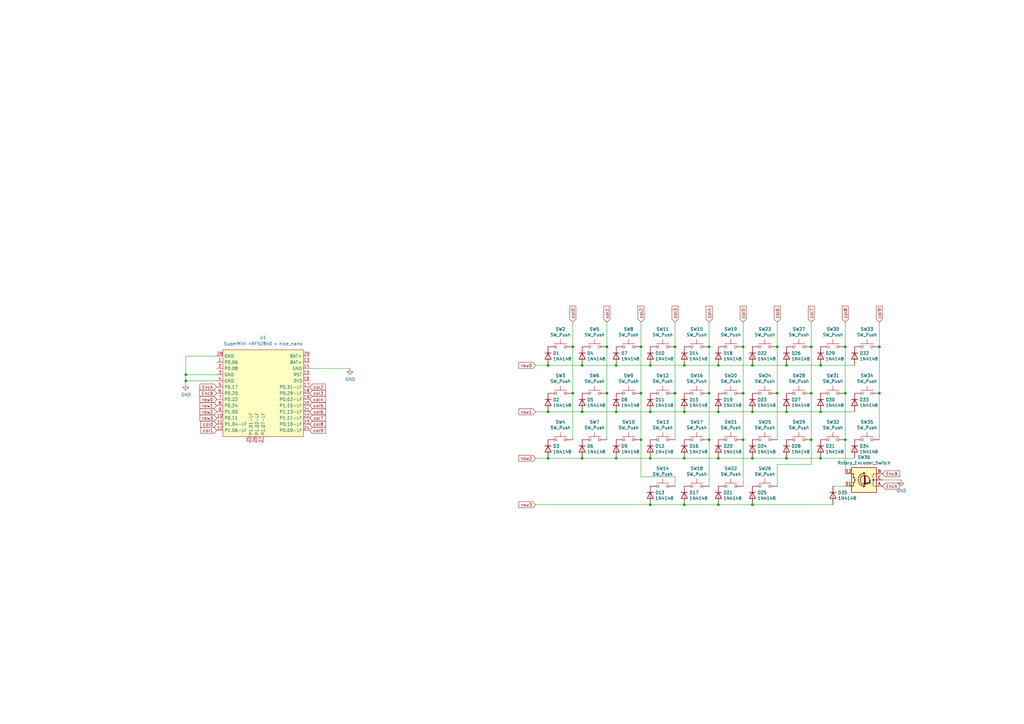
<source format=kicad_sch>
(kicad_sch (version 20250114) (generator "eeschema") (generator_version "9.0")
  (paper "A3")
  (lib_symbols
    (symbol "Device:D" (pin_numbers (hide yes)) (pin_names (offset 1.016) (hide yes))
      (property "Reference" "D" (at 0 2.54 0))
      (property "Value" "D" (at 0 -2.54 0))
      (symbol "D_0_1"
        (polyline (pts (xy -1.27 1.27) (xy -1.27 -1.27)) (stroke (width 0.254)))
        (polyline (pts (xy 1.27 1.27) (xy 1.27 -1.27) (xy -1.27 0) (xy 1.27 1.27)) (stroke (width 0.254)))
        (polyline (pts (xy 1.27 0) (xy -1.27 0)))
      )
      (symbol "D_1_1"
        (pin passive line (at -3.81 0 0) (length 2.54) (name "K") (number "1"))
        (pin passive line (at 3.81 0 180) (length 2.54) (name "A") (number "2"))
      )
    )
    (symbol "Diode:1N4148" (pin_numbers (hide yes)) (pin_names (hide yes))
      (property "Reference" "D" (at 0 2.54 0))
      (property "Value" "1N4148" (at 0 -2.54 0))
      (symbol "1N4148_0_1"
        (polyline (pts (xy -1.27 1.27) (xy -1.27 -1.27)) (stroke (width 0.254)))
        (polyline (pts (xy 1.27 1.27) (xy 1.27 -1.27) (xy -1.27 0) (xy 1.27 1.27)) (stroke (width 0.254)))
        (polyline (pts (xy 1.27 0) (xy -1.27 0)))
      )
      (symbol "1N4148_1_1"
        (pin passive line (at -3.81 0 0) (length 2.54) (name "K") (number "1"))
        (pin passive line (at 3.81 0 180) (length 2.54) (name "A") (number "2"))
      )
    )
    (symbol "LeChiffre-rescue:Rotary_Encoder_Switch-Device" (pin_names (offset 0.254) (hide yes))
      (property "Reference" "SW" (at 0 6.604 0))
      (property "Value" "Rotary_Encoder_Switch-Device" (at 0 -6.604 0))
      (symbol "Rotary_Encoder_Switch-Device_0_1"
        (rectangle (start -5.08 5.08) (end 5.08 -5.08) (stroke (width 0.254)) (fill (type background)))
        (polyline (pts (xy -5.08 2.54) (xy -3.81 2.54) (xy -3.81 2.032)))
        (polyline (pts (xy -5.08 0) (xy -3.81 0) (xy -3.81 -1.016) (xy -3.302 -2.032)))
        (polyline (pts (xy -5.08 -2.54) (xy -3.81 -2.54) (xy -3.81 -2.032)))
        (polyline (pts (xy -4.318 0) (xy -3.81 0) (xy -3.81 1.016) (xy -3.302 2.032)))
        (circle (center -3.81 0) (radius 0.254) (fill (type outline)))
        (polyline (pts (xy -0.635 -1.778) (xy -0.635 1.778)) (stroke (width 0.254)))
        (circle (center -0.381 0) (radius 1.905) (stroke (width 0.254)))
        (arc (start -0.381 2.667) (mid 2.3368 -0.0508) (end -0.381 -2.794) (stroke (width 0.254)))
        (polyline (pts (xy -0.381 -1.778) (xy -0.381 1.778)) (stroke (width 0.254)))
        (polyline (pts (xy -0.127 1.778) (xy -0.127 -1.778)) (stroke (width 0.254)))
        (polyline (pts (xy 0.254 2.921) (xy -0.508 2.667) (xy 0.127 2.286)) (stroke (width 0.254)))
        (polyline (pts (xy 0.254 -3.048) (xy -0.508 -2.794) (xy 0.127 -2.413)) (stroke (width 0.254)))
        (polyline (pts (xy 3.81 1.016) (xy 3.81 -1.016)) (stroke (width 0.254)))
        (polyline (pts (xy 3.81 0) (xy 3.429 0)) (stroke (width 0.254)))
        (circle (center 4.318 1.016) (radius 0.127) (stroke (width 0.254)))
        (circle (center 4.318 -1.016) (radius 0.127) (stroke (width 0.254)))
        (polyline (pts (xy 5.08 2.54) (xy 4.318 2.54) (xy 4.318 1.016)) (stroke (width 0.254)))
        (polyline (pts (xy 5.08 -2.54) (xy 4.318 -2.54) (xy 4.318 -1.016)) (stroke (width 0.254)))
      )
      (symbol "Rotary_Encoder_Switch-Device_1_1"
        (pin passive line (at -7.62 2.54 0) (length 2.54) (name "A") (number "A"))
        (pin passive line (at -7.62 0 0) (length 2.54) (name "C") (number "C"))
        (pin passive line (at -7.62 -2.54 0) (length 2.54) (name "B") (number "B"))
        (pin passive line (at 7.62 2.54 180) (length 2.54) (name "S1") (number "S1"))
        (pin passive line (at 7.62 -2.54 180) (length 2.54) (name "S2") (number "S2"))
      )
    )
    (symbol "Switch:SW_Push" (pin_numbers (hide yes)) (pin_names (offset 1.016) (hide yes))
      (property "Reference" "SW" (at 1.27 2.54 0))
      (property "Value" "SW_Push" (at 0 -1.524 0))
      (symbol "SW_Push_0_1"
        (circle (center -2.032 0) (radius 0.508))
        (polyline (pts (xy 0 1.27) (xy 0 3.048)))
        (circle (center 2.032 0) (radius 0.508))
        (polyline (pts (xy 2.54 1.27) (xy -2.54 1.27)))
        (pin passive line (at -5.08 0 0) (length 2.54) (name "1") (number "1"))
        (pin passive line (at 5.08 0 180) (length 2.54) (name "2") (number "2"))
      )
    )
    (symbol "power:GND" (power) (pin_numbers (hide yes)) (pin_names (offset 0) (hide yes))
      (property "Value" "GND" (at 0 -3.81 0))
      (symbol "GND_0_1"
        (polyline (pts (xy 0 0) (xy 0 -1.27) (xy 1.27 -1.27) (xy 0 -2.54) (xy -1.27 -1.27) (xy 0 -1.27)))
      )
      (symbol "GND_1_1"
        (pin power_in line (at 0 0 270) (length 0) (name "~") (number "1"))
      )
    )
    (symbol "pro_micro:SuperMini_nRF52840_x_nice_nano" (in_bom no)
      (property "Reference" "U" (at 0 22.86 0))
      (property "Value" "SuperMini nRF52840 x nice_nano" (at 0 20.32 0))
      (symbol "SuperMini_nRF52840_x_nice_nano_0_0"
        (pin bidirectional line (at -19.05 13.97 0) (length 2.54) (name "P0.06") (number "1"))
        (pin bidirectional line (at -19.05 11.43 0) (length 2.54) (name "P0.08") (number "2"))
        (pin power_out line (at -19.05 8.89 0) (length 2.54) (name "GND") (number "3"))
        (pin power_out line (at -19.05 6.35 0) (length 2.54) (name "GND") (number "4"))
        (pin bidirectional line (at -19.05 3.81 0) (length 2.54) (name "P0.17") (number "5"))
        (pin bidirectional line (at -19.05 1.27 0) (length 2.54) (name "P0.20") (number "6"))
        (pin bidirectional line (at -19.05 -1.27 0) (length 2.54) (name "P0.22") (number "7"))
        (pin bidirectional line (at -19.05 -3.81 0) (length 2.54) (name "P0.24") (number "8"))
        (pin bidirectional line (at -19.05 -6.35 0) (length 2.54) (name "P1.00") (number "9"))
        (pin bidirectional line (at -19.05 -8.89 0) (length 2.54) (name "P0.11") (number "10"))
        (pin bidirectional line (at -19.05 -11.43 0) (length 2.54) (name "P1.04-LF") (number "11"))
        (pin bidirectional line (at -19.05 -13.97 0) (length 2.54) (name "P1.06-LF") (number "12"))
        (pin power_out line (at 19.05 11.43 180) (length 2.54) (name "GND") (number "14"))
        (pin bidirectional line (at 19.05 8.89 180) (length 2.54) (name "RST") (number "15"))
        (pin bidirectional line (at 19.05 3.81 180) (length 2.54) (name "P0.31-LF") (number "17"))
        (pin bidirectional line (at 19.05 1.27 180) (length 2.54) (name "P0.29-LF") (number "18"))
        (pin bidirectional line (at 19.05 -1.27 180) (length 2.54) (name "P0.02-LF") (number "19"))
        (pin bidirectional line (at 19.05 -3.81 180) (length 2.54) (name "P1.15-LF") (number "20"))
        (pin bidirectional line (at 19.05 -6.35 180) (length 2.54) (name "P1.13-LF") (number "21"))
        (pin bidirectional line (at 19.05 -8.89 180) (length 2.54) (name "P1.11-LF") (number "22"))
        (pin bidirectional line (at 19.05 -13.97 180) (length 2.54) (name "P0.09-LF") (number "24"))
      )
      (symbol "SuperMini_nRF52840_x_nice_nano_1_0"
        (pin power_out line (at -19.05 16.51 0) (length 2.54) (name "GND") (number "28"))
        (pin bidirectional line (at -5.08 -19.05 90) (length 2.54) (name "P1.01-LF") (number "25"))
        (pin bidirectional line (at -2.54 -19.05 90) (length 2.54) (name "P1.02-LF") (number "26"))
        (pin bidirectional line (at 0 -19.05 90) (length 2.54) (name "P1.07-LF") (number "27"))
        (pin power_out line (at 19.05 16.51 180) (length 2.54) (name "BAT+") (number "29"))
        (pin power_out line (at 19.05 13.97 180) (length 2.54) (name "BAT+") (number "13"))
        (pin power_out line (at 19.05 6.35 180) (length 2.54) (name "3V3") (number "16"))
        (pin bidirectional line (at 19.05 -11.43 180) (length 2.54) (name "P0.10-LF") (number "23"))
      )
      (symbol "SuperMini_nRF52840_x_nice_nano_1_1"
        (rectangle (start -16.51 19.05) (end 16.51 -16.51) (fill (type background)))
      )
    )
  )
  (junction (at 280.67 187.96))
  (junction (at 304.8 142.24))
  (junction (at 224.79 187.96))
  (junction (at 308.61 168.91))
  (junction (at 322.58 187.96))
  (junction (at 318.77 142.24))
  (junction (at 248.92 142.24))
  (junction (at 76.2 153.67))
  (junction (at 308.61 187.96))
  (junction (at 266.7 168.91))
  (junction (at 290.83 161.29))
  (junction (at 238.76 149.86))
  (junction (at 294.64 168.91))
  (junction (at 262.89 161.29))
  (junction (at 276.86 142.24))
  (junction (at 276.86 161.29))
  (junction (at 224.79 149.86))
  (junction (at 238.76 168.91))
  (junction (at 252.73 149.86))
  (junction (at 308.61 149.86))
  (junction (at 294.64 187.96))
  (junction (at 336.55 149.86))
  (junction (at 266.7 149.86))
  (junction (at 332.74 180.34))
  (junction (at 332.74 161.29))
  (junction (at 224.79 168.91))
  (junction (at 238.76 187.96))
  (junction (at 262.89 142.24))
  (junction (at 280.67 149.86))
  (junction (at 332.74 142.24))
  (junction (at 234.95 142.24))
  (junction (at 76.2 156.21))
  (junction (at 280.67 168.91))
  (junction (at 252.73 187.96))
  (junction (at 346.71 142.24))
  (junction (at 336.55 187.96))
  (junction (at 280.67 207.01))
  (junction (at 290.83 180.34))
  (junction (at 322.58 168.91))
  (junction (at 248.92 161.29))
  (junction (at 336.55 168.91))
  (junction (at 266.7 187.96))
  (junction (at 252.73 168.91))
  (junction (at 304.8 180.34))
  (junction (at 346.71 180.34))
  (junction (at 360.68 161.29))
  (junction (at 360.68 142.24))
  (junction (at 294.64 207.01))
  (junction (at 304.8 161.29))
  (junction (at 346.71 161.29))
  (junction (at 322.58 149.86))
  (junction (at 294.64 149.86))
  (junction (at 234.95 161.29))
  (junction (at 266.7 207.01))
  (junction (at 308.61 207.01))
  (junction (at 318.77 161.29))
  (junction (at 290.83 142.24))
  (junction (at 262.89 180.34))
  (wire (pts (xy 369.57 196.85) (xy 361.95 196.85)))
  (wire (pts (xy 290.83 180.34) (xy 290.83 161.29)))
  (wire (pts (xy 308.61 149.86) (xy 322.58 149.86)))
  (wire (pts (xy 294.64 187.96) (xy 308.61 187.96)))
  (wire (pts (xy 224.79 149.86) (xy 238.76 149.86)))
  (wire (pts (xy 308.61 168.91) (xy 322.58 168.91)))
  (wire (pts (xy 318.77 190.5) (xy 332.74 190.5)))
  (wire (pts (xy 262.89 161.29) (xy 262.89 142.24)))
  (wire (pts (xy 290.83 142.24) (xy 290.83 132.08)))
  (wire (pts (xy 76.2 146.05) (xy 76.2 153.67)))
  (wire (pts (xy 219.71 187.96) (xy 224.79 187.96)))
  (wire (pts (xy 276.86 180.34) (xy 276.86 161.29)))
  (wire (pts (xy 294.64 168.91) (xy 308.61 168.91)))
  (wire (pts (xy 219.71 149.86) (xy 224.79 149.86)))
  (wire (pts (xy 238.76 149.86) (xy 252.73 149.86)))
  (wire (pts (xy 294.64 149.86) (xy 308.61 149.86)))
  (wire (pts (xy 266.7 187.96) (xy 280.67 187.96)))
  (wire (pts (xy 248.92 142.24) (xy 248.92 132.08)))
  (wire (pts (xy 341.63 207.01) (xy 308.61 207.01)))
  (wire (pts (xy 318.77 142.24) (xy 318.77 132.08)))
  (wire (pts (xy 332.74 161.29) (xy 332.74 142.24)))
  (wire (pts (xy 234.95 142.24) (xy 234.95 132.08)))
  (wire (pts (xy 318.77 199.39) (xy 318.77 190.5)))
  (wire (pts (xy 252.73 168.91) (xy 266.7 168.91)))
  (wire (pts (xy 332.74 161.29) (xy 332.74 180.34)))
  (wire (pts (xy 252.73 187.96) (xy 266.7 187.96)))
  (wire (pts (xy 224.79 168.91) (xy 238.76 168.91)))
  (wire (pts (xy 238.76 187.96) (xy 252.73 187.96)))
  (wire (pts (xy 280.67 168.91) (xy 294.64 168.91)))
  (wire (pts (xy 336.55 168.91) (xy 350.52 168.91)))
  (wire (pts (xy 234.95 161.29) (xy 234.95 142.24)))
  (wire (pts (xy 88.9 156.21) (xy 76.2 156.21)))
  (wire (pts (xy 252.73 149.86) (xy 266.7 149.86)))
  (wire (pts (xy 318.77 180.34) (xy 318.77 161.29)))
  (wire (pts (xy 262.89 180.34) (xy 262.89 161.29)))
  (bus (pts (xy 356.87 198.12) (xy 354.33 198.12)))
  (wire (pts (xy 346.71 180.34) (xy 346.71 161.29)))
  (wire (pts (xy 276.86 161.29) (xy 276.86 142.24)))
  (wire (pts (xy 294.64 207.01) (xy 308.61 207.01)))
  (wire (pts (xy 266.7 149.86) (xy 280.67 149.86)))
  (wire (pts (xy 262.89 142.24) (xy 262.89 132.08)))
  (wire (pts (xy 234.95 180.34) (xy 234.95 161.29)))
  (wire (pts (xy 238.76 168.91) (xy 252.73 168.91)))
  (wire (pts (xy 219.71 168.91) (xy 224.79 168.91)))
  (wire (pts (xy 322.58 168.91) (xy 336.55 168.91)))
  (wire (pts (xy 248.92 180.34) (xy 248.92 161.29)))
  (wire (pts (xy 341.63 199.39) (xy 346.71 199.39)))
  (wire (pts (xy 332.74 190.5) (xy 332.74 180.34)))
  (wire (pts (xy 290.83 180.34) (xy 290.83 199.39)))
  (wire (pts (xy 360.68 142.24) (xy 360.68 132.08)))
  (wire (pts (xy 360.68 161.29) (xy 360.68 142.24)))
  (wire (pts (xy 336.55 187.96) (xy 350.52 187.96)))
  (bus (pts (xy 356.87 196.85) (xy 356.87 198.12)))
  (wire (pts (xy 266.7 207.01) (xy 280.67 207.01)))
  (wire (pts (xy 304.8 180.34) (xy 304.8 199.39)))
  (wire (pts (xy 304.8 142.24) (xy 304.8 132.08)))
  (wire (pts (xy 332.74 132.08) (xy 332.74 142.24)))
  (wire (pts (xy 346.71 142.24) (xy 346.71 161.29)))
  (wire (pts (xy 318.77 161.29) (xy 318.77 142.24)))
  (wire (pts (xy 266.7 168.91) (xy 280.67 168.91)))
  (wire (pts (xy 224.79 187.96) (xy 238.76 187.96)))
  (wire (pts (xy 127 151.13) (xy 143.51 151.13)))
  (wire (pts (xy 248.92 161.29) (xy 248.92 142.24)))
  (wire (pts (xy 360.68 161.29) (xy 360.68 180.34)))
  (wire (pts (xy 304.8 161.29) (xy 304.8 180.34)))
  (wire (pts (xy 276.86 142.24) (xy 276.86 132.08)))
  (wire (pts (xy 76.2 156.21) (xy 76.2 157.48)))
  (wire (pts (xy 88.9 146.05) (xy 76.2 146.05)))
  (wire (pts (xy 76.2 153.67) (xy 76.2 156.21)))
  (wire (pts (xy 322.58 187.96) (xy 336.55 187.96)))
  (wire (pts (xy 346.71 142.24) (xy 346.71 132.08)))
  (wire (pts (xy 290.83 161.29) (xy 290.83 142.24)))
  (wire (pts (xy 88.9 153.67) (xy 76.2 153.67)))
  (wire (pts (xy 308.61 187.96) (xy 322.58 187.96)))
  (wire (pts (xy 304.8 161.29) (xy 304.8 142.24)))
  (wire (pts (xy 262.89 195.58) (xy 276.86 195.58)))
  (wire (pts (xy 219.71 207.01) (xy 266.7 207.01)))
  (wire (pts (xy 262.89 180.34) (xy 262.89 195.58)))
  (wire (pts (xy 336.55 149.86) (xy 350.52 149.86)))
  (wire (pts (xy 280.67 207.01) (xy 294.64 207.01)))
  (wire (pts (xy 280.67 149.86) (xy 294.64 149.86)))
  (wire (pts (xy 280.67 187.96) (xy 294.64 187.96)))
  (wire (pts (xy 322.58 149.86) (xy 336.55 149.86)))
  (wire (pts (xy 276.86 195.58) (xy 276.86 199.39)))
  (wire (pts (xy 346.71 180.34) (xy 346.71 194.31)))
  (global_label "col9" (shape input) (at 127 176.53 0) (property "Intersheetrefs" "${INTERSHEET_REFS}" (effects (hide yes))))
  (global_label "col6" (shape input) (at 318.77 132.08 90) (property "Intersheetrefs" "${INTERSHEET_REFS}" (effects (hide yes))))
  (global_label "EncA" (shape input) (at 88.9 158.75 180) (property "Intersheetrefs" "${INTERSHEET_REFS}" (effects (hide yes))))
  (global_label "col0" (shape input) (at 88.9 173.99 180) (property "Intersheetrefs" "${INTERSHEET_REFS}" (effects (hide yes))))
  (global_label "row3" (shape input) (at 219.71 207.01 180) (property "Intersheetrefs" "${INTERSHEET_REFS}" (effects (hide yes))))
  (global_label "col8" (shape input) (at 127 173.99 0) (property "Intersheetrefs" "${INTERSHEET_REFS}" (effects (hide yes))))
  (global_label "col5" (shape input) (at 304.8 132.08 90) (property "Intersheetrefs" "${INTERSHEET_REFS}" (effects (hide yes))))
  (global_label "row1" (shape input) (at 219.71 168.91 180) (property "Intersheetrefs" "${INTERSHEET_REFS}" (effects (hide yes))))
  (global_label "col2" (shape input) (at 262.89 132.08 90) (property "Intersheetrefs" "${INTERSHEET_REFS}" (effects (hide yes))))
  (global_label "col1" (shape input) (at 248.92 132.08 90) (property "Intersheetrefs" "${INTERSHEET_REFS}" (effects (hide yes))))
  (global_label "col4" (shape input) (at 127 163.83 0) (property "Intersheetrefs" "${INTERSHEET_REFS}" (effects (hide yes))))
  (global_label "row1" (shape input) (at 88.9 166.37 180) (property "Intersheetrefs" "${INTERSHEET_REFS}" (effects (hide yes))))
  (global_label "col3" (shape input) (at 276.86 132.08 90) (property "Intersheetrefs" "${INTERSHEET_REFS}" (effects (hide yes))))
  (global_label "EncB" (shape input) (at 88.9 161.29 180) (property "Intersheetrefs" "${INTERSHEET_REFS}" (effects (hide yes))))
  (global_label "row0" (shape input) (at 88.9 163.83 180) (property "Intersheetrefs" "${INTERSHEET_REFS}" (effects (hide yes))))
  (global_label "row2" (shape input) (at 219.71 187.96 180) (property "Intersheetrefs" "${INTERSHEET_REFS}" (effects (hide yes))))
  (global_label "col5" (shape input) (at 127 166.37 0) (property "Intersheetrefs" "${INTERSHEET_REFS}" (effects (hide yes))))
  (global_label "row0" (shape input) (at 219.71 149.86 180) (property "Intersheetrefs" "${INTERSHEET_REFS}" (effects (hide yes))))
  (global_label "col7" (shape input) (at 127 171.45 0) (property "Intersheetrefs" "${INTERSHEET_REFS}" (effects (hide yes))))
  (global_label "col6" (shape input) (at 127 168.91 0) (property "Intersheetrefs" "${INTERSHEET_REFS}" (effects (hide yes))))
  (global_label "col4" (shape input) (at 290.83 132.08 90) (property "Intersheetrefs" "${INTERSHEET_REFS}" (effects (hide yes))))
  (global_label "col1" (shape input) (at 88.9 176.53 180) (property "Intersheetrefs" "${INTERSHEET_REFS}" (effects (hide yes))))
  (global_label "col0" (shape input) (at 234.95 132.08 90) (property "Intersheetrefs" "${INTERSHEET_REFS}" (effects (hide yes))))
  (global_label "col9" (shape input) (at 360.68 132.08 90) (property "Intersheetrefs" "${INTERSHEET_REFS}" (effects (hide yes))))
  (global_label "col7" (shape input) (at 332.74 132.08 90) (property "Intersheetrefs" "${INTERSHEET_REFS}" (effects (hide yes))))
  (global_label "EncA" (shape input) (at 361.95 199.39 0) (property "Intersheetrefs" "${INTERSHEET_REFS}" (effects (hide yes))))
  (global_label "col2" (shape input) (at 127 158.75 0) (property "Intersheetrefs" "${INTERSHEET_REFS}" (effects (hide yes))))
  (global_label "col3" (shape input) (at 127 161.29 0) (property "Intersheetrefs" "${INTERSHEET_REFS}" (effects (hide yes))))
  (global_label "EncB" (shape input) (at 361.95 194.31 0) (property "Intersheetrefs" "${INTERSHEET_REFS}" (effects (hide yes))))
  (global_label "row3" (shape input) (at 88.9 171.45 180) (property "Intersheetrefs" "${INTERSHEET_REFS}" (effects (hide yes))))
  (global_label "col8" (shape input) (at 346.71 132.08 90) (property "Intersheetrefs" "${INTERSHEET_REFS}" (effects (hide yes))))
  (global_label "row2" (shape input) (at 88.9 168.91 180) (property "Intersheetrefs" "${INTERSHEET_REFS}" (effects (hide yes))))
  (symbol (lib_id "Switch:SW_Push") (at 327.66 161.29 0) (unit 1)
    (property "Reference" "SW28" (at 327.66 154.051 0))
    (property "Value" "SW_Push" (at 327.66 156.3624 0))
    (property "Footprint" "Keebio-Parts:MX-Alps-Choc-1U-NoLED" (effects (hide yes)))
  )
  (symbol (lib_id "Diode:1N4148") (at 322.58 165.1 270) (unit 1)
    (property "Reference" "D27" (at 324.5866 163.9316 90) (effects (justify left)))
    (property "Value" "1N4148" (at 324.5866 166.243 90) (effects (justify left)))
    (property "Footprint" "Keebio-Parts:D_SOD123" (effects (hide yes)))
    (property "Datasheet" "https://assets.nexperia.com/documents/data-sheet/1N4148_1N4448.pdf" (effects (hide yes)))
  )
  (symbol (lib_id "Switch:SW_Push") (at 299.72 199.39 0) (unit 1)
    (property "Reference" "SW22" (at 299.72 192.151 0))
    (property "Value" "SW_Push" (at 299.72 194.4624 0))
    (property "Footprint" "Keebio-Parts:MX-Alps-Choc-2U-StabFlip" (effects (hide yes)))
  )
  (symbol (lib_id "Switch:SW_Push") (at 285.75 199.39 0) (unit 1)
    (property "Reference" "SW18" (at 285.75 192.151 0))
    (property "Value" "SW_Push" (at 285.75 194.4624 0))
    (property "Footprint" "Keebio-Parts:MX-Alps-Choc-2U-StabFlip" (effects (hide yes)))
  )
  (symbol (lib_id "Diode:1N4148") (at 294.64 203.2 270) (unit 1)
    (property "Reference" "D21" (at 296.6466 202.0316 90) (effects (justify left)))
    (property "Value" "1N4148" (at 296.6466 204.343 90) (effects (justify left)))
    (property "Footprint" "Keebio-Parts:D_SOD123" (effects (hide yes)))
    (property "Datasheet" "https://assets.nexperia.com/documents/data-sheet/1N4148_1N4448.pdf" (effects (hide yes)))
  )
  (symbol (lib_id "Diode:1N4148") (at 280.67 203.2 270) (unit 1)
    (property "Reference" "D17" (at 282.6766 202.0316 90) (effects (justify left)))
    (property "Value" "1N4148" (at 282.6766 204.343 90) (effects (justify left)))
    (property "Footprint" "Keebio-Parts:D_SOD123" (effects (hide yes)))
    (property "Datasheet" "https://assets.nexperia.com/documents/data-sheet/1N4148_1N4448.pdf" (effects (hide yes)))
  )
  (symbol (lib_id "Switch:SW_Push") (at 355.6 161.29 0) (unit 1)
    (property "Reference" "SW34" (at 355.6 154.051 0))
    (property "Value" "SW_Push" (at 355.6 156.3624 0))
    (property "Footprint" "Keebio-Parts:MX-Alps-Choc-1U-NoLED" (effects (hide yes)))
  )
  (symbol (lib_id "Diode:1N4148") (at 350.52 165.1 270) (unit 1)
    (property "Reference" "D33" (at 352.5266 163.9316 90) (effects (justify left)))
    (property "Value" "1N4148" (at 352.5266 166.243 90) (effects (justify left)))
    (property "Footprint" "Keebio-Parts:D_SOD123" (effects (hide yes)))
    (property "Datasheet" "https://assets.nexperia.com/documents/data-sheet/1N4148_1N4448.pdf" (effects (hide yes)))
  )
  (symbol (lib_id "Switch:SW_Push") (at 341.63 161.29 0) (unit 1)
    (property "Reference" "SW31" (at 341.63 154.051 0))
    (property "Value" "SW_Push" (at 341.63 156.3624 0))
    (property "Footprint" "Keebio-Parts:MX-Alps-Choc-1U-NoLED" (effects (hide yes)))
  )
  (symbol (lib_id "Diode:1N4148") (at 336.55 165.1 270) (unit 1)
    (property "Reference" "D30" (at 338.5566 163.9316 90) (effects (justify left)))
    (property "Value" "1N4148" (at 338.5566 166.243 90) (effects (justify left)))
    (property "Footprint" "Keebio-Parts:D_SOD123" (effects (hide yes)))
    (property "Datasheet" "https://assets.nexperia.com/documents/data-sheet/1N4148_1N4448.pdf" (effects (hide yes)))
  )
  (symbol (lib_id "Switch:SW_Push") (at 271.78 161.29 0) (unit 1)
    (property "Reference" "SW12" (at 271.78 154.051 0))
    (property "Value" "SW_Push" (at 271.78 156.3624 0))
    (property "Footprint" "Keebio-Parts:MX-Alps-Choc-1U-NoLED" (effects (hide yes)))
  )
  (symbol (lib_id "Diode:1N4148") (at 266.7 165.1 270) (unit 1)
    (property "Reference" "D11" (at 268.7066 163.9316 90) (effects (justify left)))
    (property "Value" "1N4148" (at 268.7066 166.243 90) (effects (justify left)))
    (property "Footprint" "Keebio-Parts:D_SOD123" (effects (hide yes)))
    (property "Datasheet" "https://assets.nexperia.com/documents/data-sheet/1N4148_1N4448.pdf" (effects (hide yes)))
  )
  (symbol (lib_id "Switch:SW_Push") (at 285.75 161.29 0) (unit 1)
    (property "Reference" "SW16" (at 285.75 154.051 0))
    (property "Value" "SW_Push" (at 285.75 156.3624 0))
    (property "Footprint" "Keebio-Parts:MX-Alps-Choc-1U-NoLED" (effects (hide yes)))
  )
  (symbol (lib_id "Diode:1N4148") (at 280.67 165.1 270) (unit 1)
    (property "Reference" "D15" (at 282.6766 163.9316 90) (effects (justify left)))
    (property "Value" "1N4148" (at 282.6766 166.243 90) (effects (justify left)))
    (property "Footprint" "Keebio-Parts:D_SOD123" (effects (hide yes)))
    (property "Datasheet" "https://assets.nexperia.com/documents/data-sheet/1N4148_1N4448.pdf" (effects (hide yes)))
  )
  (symbol (lib_id "Switch:SW_Push") (at 229.87 161.29 0) (unit 1)
    (property "Reference" "SW3" (at 229.87 154.051 0))
    (property "Value" "SW_Push" (at 229.87 156.3624 0))
    (property "Footprint" "Keebio-Parts:MX-Alps-Choc-1U-NoLED" (effects (hide yes)))
  )
  (symbol (lib_id "Diode:1N4148") (at 224.79 165.1 270) (unit 1)
    (property "Reference" "D2" (at 226.7966 163.9316 90) (effects (justify left)))
    (property "Value" "1N4148" (at 226.7966 166.243 90) (effects (justify left)))
    (property "Footprint" "Keebio-Parts:D_SOD123" (effects (hide yes)))
    (property "Datasheet" "https://assets.nexperia.com/documents/data-sheet/1N4148_1N4448.pdf" (effects (hide yes)))
  )
  (symbol (lib_id "Switch:SW_Push") (at 257.81 161.29 0) (unit 1)
    (property "Reference" "SW9" (at 257.81 154.051 0))
    (property "Value" "SW_Push" (at 257.81 156.3624 0))
    (property "Footprint" "Keebio-Parts:MX-Alps-Choc-1U-NoLED" (effects (hide yes)))
  )
  (symbol (lib_id "Diode:1N4148") (at 252.73 165.1 270) (unit 1)
    (property "Reference" "D8" (at 254.7366 163.9316 90) (effects (justify left)))
    (property "Value" "1N4148" (at 254.7366 166.243 90) (effects (justify left)))
    (property "Footprint" "Keebio-Parts:D_SOD123" (effects (hide yes)))
    (property "Datasheet" "https://assets.nexperia.com/documents/data-sheet/1N4148_1N4448.pdf" (effects (hide yes)))
  )
  (symbol (lib_id "Switch:SW_Push") (at 243.84 161.29 0) (unit 1)
    (property "Reference" "SW6" (at 243.84 154.051 0))
    (property "Value" "SW_Push" (at 243.84 156.3624 0))
    (property "Footprint" "Keebio-Parts:MX-Alps-Choc-1U-NoLED" (effects (hide yes)))
  )
  (symbol (lib_id "Diode:1N4148") (at 238.76 165.1 270) (unit 1)
    (property "Reference" "D5" (at 240.7666 163.9316 90) (effects (justify left)))
    (property "Value" "1N4148" (at 240.7666 166.243 90) (effects (justify left)))
    (property "Footprint" "Keebio-Parts:D_SOD123" (effects (hide yes)))
    (property "Datasheet" "https://assets.nexperia.com/documents/data-sheet/1N4148_1N4448.pdf" (effects (hide yes)))
  )
  (symbol (lib_id "Switch:SW_Push") (at 299.72 161.29 0) (unit 1)
    (property "Reference" "SW20" (at 299.72 154.051 0))
    (property "Value" "SW_Push" (at 299.72 156.3624 0))
    (property "Footprint" "Keebio-Parts:MX-Alps-Choc-1U-NoLED" (effects (hide yes)))
  )
  (symbol (lib_id "Diode:1N4148") (at 294.64 165.1 270) (unit 1)
    (property "Reference" "D19" (at 296.6466 163.9316 90) (effects (justify left)))
    (property "Value" "1N4148" (at 296.6466 166.243 90) (effects (justify left)))
    (property "Footprint" "Keebio-Parts:D_SOD123" (effects (hide yes)))
    (property "Datasheet" "https://assets.nexperia.com/documents/data-sheet/1N4148_1N4448.pdf" (effects (hide yes)))
  )
  (symbol (lib_id "Switch:SW_Push") (at 313.69 161.29 0) (unit 1)
    (property "Reference" "SW24" (at 313.69 154.051 0))
    (property "Value" "SW_Push" (at 313.69 156.3624 0))
    (property "Footprint" "Keebio-Parts:MX-Alps-Choc-1U-NoLED" (effects (hide yes)))
  )
  (symbol (lib_id "Diode:1N4148") (at 308.61 165.1 270) (unit 1)
    (property "Reference" "D23" (at 310.6166 163.9316 90) (effects (justify left)))
    (property "Value" "1N4148" (at 310.6166 166.243 90) (effects (justify left)))
    (property "Footprint" "Keebio-Parts:D_SOD123" (effects (hide yes)))
    (property "Datasheet" "https://assets.nexperia.com/documents/data-sheet/1N4148_1N4448.pdf" (effects (hide yes)))
  )
  (symbol (lib_id "Switch:SW_Push") (at 299.72 142.24 0) (unit 1)
    (property "Reference" "SW19" (at 299.72 135.001 0))
    (property "Value" "SW_Push" (at 299.72 137.3124 0))
    (property "Footprint" "Keebio-Parts:MX-Alps-Choc-1U-NoLED" (effects (hide yes)))
  )
  (symbol (lib_id "Diode:1N4148") (at 294.64 146.05 270) (unit 1)
    (property "Reference" "D18" (at 296.6466 144.8816 90) (effects (justify left)))
    (property "Value" "1N4148" (at 296.6466 147.193 90) (effects (justify left)))
    (property "Footprint" "Keebio-Parts:D_SOD123" (effects (hide yes)))
    (property "Datasheet" "https://assets.nexperia.com/documents/data-sheet/1N4148_1N4448.pdf" (effects (hide yes)))
  )
  (symbol (lib_id "Switch:SW_Push") (at 257.81 142.24 0) (unit 1)
    (property "Reference" "SW8" (at 257.81 135.001 0))
    (property "Value" "SW_Push" (at 257.81 137.3124 0))
    (property "Footprint" "Keebio-Parts:MX-Alps-Choc-1U-NoLED" (effects (hide yes)))
  )
  (symbol (lib_id "Diode:1N4148") (at 252.73 146.05 270) (unit 1)
    (property "Reference" "D7" (at 254.7366 144.8816 90) (effects (justify left)))
    (property "Value" "1N4148" (at 254.7366 147.193 90) (effects (justify left)))
    (property "Footprint" "Keebio-Parts:D_SOD123" (effects (hide yes)))
    (property "Datasheet" "https://assets.nexperia.com/documents/data-sheet/1N4148_1N4448.pdf" (effects (hide yes)))
  )
  (symbol (lib_id "Switch:SW_Push") (at 327.66 142.24 0) (unit 1)
    (property "Reference" "SW27" (at 327.66 135.001 0))
    (property "Value" "SW_Push" (at 327.66 137.3124 0))
    (property "Footprint" "Keebio-Parts:MX-Alps-Choc-1U-NoLED" (effects (hide yes)))
  )
  (symbol (lib_id "Diode:1N4148") (at 322.58 146.05 270) (unit 1)
    (property "Reference" "D26" (at 324.5866 144.8816 90) (effects (justify left)))
    (property "Value" "1N4148" (at 324.5866 147.193 90) (effects (justify left)))
    (property "Footprint" "Keebio-Parts:D_SOD123" (effects (hide yes)))
    (property "Datasheet" "https://assets.nexperia.com/documents/data-sheet/1N4148_1N4448.pdf" (effects (hide yes)))
  )
  (symbol (lib_id "Switch:SW_Push") (at 285.75 142.24 0) (unit 1)
    (property "Reference" "SW15" (at 285.75 135.001 0))
    (property "Value" "SW_Push" (at 285.75 137.3124 0))
    (property "Footprint" "Keebio-Parts:MX-Alps-Choc-1U-NoLED" (effects (hide yes)))
  )
  (symbol (lib_id "Diode:1N4148") (at 280.67 146.05 270) (unit 1)
    (property "Reference" "D14" (at 282.6766 144.8816 90) (effects (justify left)))
    (property "Value" "1N4148" (at 282.6766 147.193 90) (effects (justify left)))
    (property "Footprint" "Keebio-Parts:D_SOD123" (effects (hide yes)))
    (property "Datasheet" "https://assets.nexperia.com/documents/data-sheet/1N4148_1N4448.pdf" (effects (hide yes)))
  )
  (symbol (lib_id "Switch:SW_Push") (at 355.6 142.24 0) (unit 1)
    (property "Reference" "SW33" (at 355.6 135.001 0))
    (property "Value" "SW_Push" (at 355.6 137.3124 0))
    (property "Footprint" "Keebio-Parts:MX-Alps-Choc-1U-NoLED" (effects (hide yes)))
  )
  (symbol (lib_id "Diode:1N4148") (at 350.52 146.05 270) (unit 1)
    (property "Reference" "D32" (at 352.5266 144.8816 90) (effects (justify left)))
    (property "Value" "1N4148" (at 352.5266 147.193 90) (effects (justify left)))
    (property "Footprint" "Keebio-Parts:D_SOD123" (effects (hide yes)))
    (property "Datasheet" "https://assets.nexperia.com/documents/data-sheet/1N4148_1N4448.pdf" (effects (hide yes)))
  )
  (symbol (lib_id "Switch:SW_Push") (at 271.78 142.24 0) (unit 1)
    (property "Reference" "SW11" (at 271.78 135.001 0))
    (property "Value" "SW_Push" (at 271.78 137.3124 0))
    (property "Footprint" "Keebio-Parts:MX-Alps-Choc-1U-NoLED" (effects (hide yes)))
  )
  (symbol (lib_id "Diode:1N4148") (at 266.7 146.05 270) (unit 1)
    (property "Reference" "D10" (at 268.7066 144.8816 90) (effects (justify left)))
    (property "Value" "1N4148" (at 268.7066 147.193 90) (effects (justify left)))
    (property "Footprint" "Keebio-Parts:D_SOD123" (effects (hide yes)))
    (property "Datasheet" "https://assets.nexperia.com/documents/data-sheet/1N4148_1N4448.pdf" (effects (hide yes)))
  )
  (symbol (lib_id "Switch:SW_Push") (at 229.87 142.24 0) (unit 1)
    (property "Reference" "SW2" (at 229.87 135.001 0))
    (property "Value" "SW_Push" (at 229.87 137.3124 0))
    (property "Footprint" "Keebio-Parts:MX-Alps-Choc-1U-NoLED" (effects (hide yes)))
  )
  (symbol (lib_id "Diode:1N4148") (at 224.79 146.05 270) (unit 1)
    (property "Reference" "D1" (at 226.7966 144.8816 90) (effects (justify left)))
    (property "Value" "1N4148" (at 226.7966 147.193 90) (effects (justify left)))
    (property "Footprint" "Keebio-Parts:D_SOD123" (effects (hide yes)))
    (property "Datasheet" "https://assets.nexperia.com/documents/data-sheet/1N4148_1N4448.pdf" (effects (hide yes)))
  )
  (symbol (lib_id "Switch:SW_Push") (at 243.84 142.24 0) (unit 1)
    (property "Reference" "SW5" (at 243.84 135.001 0))
    (property "Value" "SW_Push" (at 243.84 137.3124 0))
    (property "Footprint" "Keebio-Parts:MX-Alps-Choc-1U-NoLED" (effects (hide yes)))
  )
  (symbol (lib_id "Diode:1N4148") (at 238.76 146.05 270) (unit 1)
    (property "Reference" "D4" (at 240.7666 144.8816 90) (effects (justify left)))
    (property "Value" "1N4148" (at 240.7666 147.193 90) (effects (justify left)))
    (property "Footprint" "Keebio-Parts:D_SOD123" (effects (hide yes)))
    (property "Datasheet" "https://assets.nexperia.com/documents/data-sheet/1N4148_1N4448.pdf" (effects (hide yes)))
  )
  (symbol (lib_id "Switch:SW_Push") (at 313.69 142.24 0) (unit 1)
    (property "Reference" "SW23" (at 313.69 135.001 0))
    (property "Value" "SW_Push" (at 313.69 137.3124 0))
    (property "Footprint" "Keebio-Parts:MX-Alps-Choc-1U-NoLED" (effects (hide yes)))
  )
  (symbol (lib_id "Diode:1N4148") (at 308.61 146.05 270) (unit 1)
    (property "Reference" "D22" (at 310.6166 144.8816 90) (effects (justify left)))
    (property "Value" "1N4148" (at 310.6166 147.193 90) (effects (justify left)))
    (property "Footprint" "Keebio-Parts:D_SOD123" (effects (hide yes)))
    (property "Datasheet" "https://assets.nexperia.com/documents/data-sheet/1N4148_1N4448.pdf" (effects (hide yes)))
  )
  (symbol (lib_id "Switch:SW_Push") (at 341.63 142.24 0) (unit 1)
    (property "Reference" "SW30" (at 341.63 135.001 0))
    (property "Value" "SW_Push" (at 341.63 137.3124 0))
    (property "Footprint" "Keebio-Parts:MX-Alps-Choc-1U-NoLED" (effects (hide yes)))
  )
  (symbol (lib_id "Diode:1N4148") (at 336.55 146.05 270) (unit 1)
    (property "Reference" "D29" (at 338.5566 144.8816 90) (effects (justify left)))
    (property "Value" "1N4148" (at 338.5566 147.193 90) (effects (justify left)))
    (property "Footprint" "Keebio-Parts:D_SOD123" (effects (hide yes)))
    (property "Datasheet" "https://assets.nexperia.com/documents/data-sheet/1N4148_1N4448.pdf" (effects (hide yes)))
  )
  (symbol (lib_id "Switch:SW_Push") (at 299.72 180.34 0) (unit 1)
    (property "Reference" "SW21" (at 299.72 173.101 0))
    (property "Value" "SW_Push" (at 299.72 175.4124 0))
    (property "Footprint" "Keebio-Parts:MX-Alps-Choc-1U-NoLED" (effects (hide yes)))
  )
  (symbol (lib_id "Diode:1N4148") (at 294.64 184.15 270) (unit 1)
    (property "Reference" "D20" (at 296.6466 182.9816 90) (effects (justify left)))
    (property "Value" "1N4148" (at 296.6466 185.293 90) (effects (justify left)))
    (property "Footprint" "Keebio-Parts:D_SOD123" (effects (hide yes)))
    (property "Datasheet" "https://assets.nexperia.com/documents/data-sheet/1N4148_1N4448.pdf" (effects (hide yes)))
  )
  (symbol (lib_id "Switch:SW_Push") (at 355.6 180.34 0) (unit 1)
    (property "Reference" "SW35" (at 355.6 173.101 0))
    (property "Value" "SW_Push" (at 355.6 175.4124 0))
    (property "Footprint" "Keebio-Parts:MX-Alps-Choc-1U-NoLED" (effects (hide yes)))
  )
  (symbol (lib_id "Diode:1N4148") (at 350.52 184.15 270) (unit 1)
    (property "Reference" "D34" (at 352.5266 182.9816 90) (effects (justify left)))
    (property "Value" "1N4148" (at 352.5266 185.293 90) (effects (justify left)))
    (property "Footprint" "Keebio-Parts:D_SOD123" (effects (hide yes)))
    (property "Datasheet" "https://assets.nexperia.com/documents/data-sheet/1N4148_1N4448.pdf" (effects (hide yes)))
  )
  (symbol (lib_id "Switch:SW_Push") (at 243.84 180.34 0) (unit 1)
    (property "Reference" "SW7" (at 243.84 173.101 0))
    (property "Value" "SW_Push" (at 243.84 175.4124 0))
    (property "Footprint" "Keebio-Parts:MX-Alps-Choc-1U-NoLED" (effects (hide yes)))
  )
  (symbol (lib_id "Diode:1N4148") (at 238.76 184.15 270) (unit 1)
    (property "Reference" "D6" (at 240.7666 182.9816 90) (effects (justify left)))
    (property "Value" "1N4148" (at 240.7666 185.293 90) (effects (justify left)))
    (property "Footprint" "Keebio-Parts:D_SOD123" (effects (hide yes)))
    (property "Datasheet" "https://assets.nexperia.com/documents/data-sheet/1N4148_1N4448.pdf" (effects (hide yes)))
  )
  (symbol (lib_id "Switch:SW_Push") (at 285.75 180.34 0) (unit 1)
    (property "Reference" "SW17" (at 285.75 173.101 0))
    (property "Value" "SW_Push" (at 285.75 175.4124 0))
    (property "Footprint" "Keebio-Parts:MX-Alps-Choc-1U-NoLED" (effects (hide yes)))
  )
  (symbol (lib_id "Diode:1N4148") (at 280.67 184.15 270) (unit 1)
    (property "Reference" "D16" (at 282.6766 182.9816 90) (effects (justify left)))
    (property "Value" "1N4148" (at 282.6766 185.293 90) (effects (justify left)))
    (property "Footprint" "Keebio-Parts:D_SOD123" (effects (hide yes)))
    (property "Datasheet" "https://assets.nexperia.com/documents/data-sheet/1N4148_1N4448.pdf" (effects (hide yes)))
  )
  (symbol (lib_id "Switch:SW_Push") (at 257.81 180.34 0) (unit 1)
    (property "Reference" "SW10" (at 257.81 173.101 0))
    (property "Value" "SW_Push" (at 257.81 175.4124 0))
    (property "Footprint" "Keebio-Parts:MX-Alps-Choc-1U-NoLED" (effects (hide yes)))
  )
  (symbol (lib_id "Diode:1N4148") (at 252.73 184.15 270) (unit 1)
    (property "Reference" "D9" (at 254.7366 182.9816 90) (effects (justify left)))
    (property "Value" "1N4148" (at 254.7366 185.293 90) (effects (justify left)))
    (property "Footprint" "Keebio-Parts:D_SOD123" (effects (hide yes)))
    (property "Datasheet" "https://assets.nexperia.com/documents/data-sheet/1N4148_1N4448.pdf" (effects (hide yes)))
  )
  (symbol (lib_id "Switch:SW_Push") (at 341.63 180.34 0) (unit 1)
    (property "Reference" "SW32" (at 341.63 173.101 0))
    (property "Value" "SW_Push" (at 341.63 175.4124 0))
    (property "Footprint" "Keebio-Parts:MX-Alps-Choc-1U-NoLED" (effects (hide yes)))
  )
  (symbol (lib_id "Diode:1N4148") (at 336.55 184.15 270) (unit 1)
    (property "Reference" "D31" (at 338.5566 182.9816 90) (effects (justify left)))
    (property "Value" "1N4148" (at 338.5566 185.293 90) (effects (justify left)))
    (property "Footprint" "Keebio-Parts:D_SOD123" (effects (hide yes)))
    (property "Datasheet" "https://assets.nexperia.com/documents/data-sheet/1N4148_1N4448.pdf" (effects (hide yes)))
  )
  (symbol (lib_id "Switch:SW_Push") (at 229.87 180.34 0) (unit 1)
    (property "Reference" "SW4" (at 229.87 173.101 0))
    (property "Value" "SW_Push" (at 229.87 175.4124 0))
    (property "Footprint" "Keebio-Parts:MX-Alps-Choc-1U-NoLED" (effects (hide yes)))
  )
  (symbol (lib_id "Diode:1N4148") (at 224.79 184.15 270) (unit 1)
    (property "Reference" "D3" (at 226.7966 182.9816 90) (effects (justify left)))
    (property "Value" "1N4148" (at 226.7966 185.293 90) (effects (justify left)))
    (property "Footprint" "Keebio-Parts:D_SOD123" (effects (hide yes)))
    (property "Datasheet" "https://assets.nexperia.com/documents/data-sheet/1N4148_1N4448.pdf" (effects (hide yes)))
  )
  (symbol (lib_id "Switch:SW_Push") (at 313.69 180.34 0) (unit 1)
    (property "Reference" "SW25" (at 313.69 173.101 0))
    (property "Value" "SW_Push" (at 313.69 175.4124 0))
    (property "Footprint" "Keebio-Parts:MX-Alps-Choc-1U-NoLED" (effects (hide yes)))
  )
  (symbol (lib_id "Diode:1N4148") (at 308.61 184.15 270) (unit 1)
    (property "Reference" "D24" (at 310.6166 182.9816 90) (effects (justify left)))
    (property "Value" "1N4148" (at 310.6166 185.293 90) (effects (justify left)))
    (property "Footprint" "Keebio-Parts:D_SOD123" (effects (hide yes)))
    (property "Datasheet" "https://assets.nexperia.com/documents/data-sheet/1N4148_1N4448.pdf" (effects (hide yes)))
  )
  (symbol (lib_id "Switch:SW_Push") (at 271.78 180.34 0) (unit 1)
    (property "Reference" "SW13" (at 271.78 173.101 0))
    (property "Value" "SW_Push" (at 271.78 175.4124 0))
    (property "Footprint" "Keebio-Parts:MX-Alps-Choc-1U-NoLED" (effects (hide yes)))
  )
  (symbol (lib_id "Diode:1N4148") (at 266.7 184.15 270) (unit 1)
    (property "Reference" "D12" (at 268.7066 182.9816 90) (effects (justify left)))
    (property "Value" "1N4148" (at 268.7066 185.293 90) (effects (justify left)))
    (property "Footprint" "Keebio-Parts:D_SOD123" (effects (hide yes)))
    (property "Datasheet" "https://assets.nexperia.com/documents/data-sheet/1N4148_1N4448.pdf" (effects (hide yes)))
  )
  (symbol (lib_id "Switch:SW_Push") (at 327.66 180.34 0) (unit 1)
    (property "Reference" "SW29" (at 327.66 173.101 0))
    (property "Value" "SW_Push" (at 327.66 175.4124 0))
    (property "Footprint" "Keebio-Parts:MX-Alps-Choc-1U-NoLED" (effects (hide yes)))
  )
  (symbol (lib_id "Diode:1N4148") (at 322.58 184.15 270) (unit 1)
    (property "Reference" "D28" (at 324.5866 182.9816 90) (effects (justify left)))
    (property "Value" "1N4148" (at 324.5866 185.293 90) (effects (justify left)))
    (property "Footprint" "Keebio-Parts:D_SOD123" (effects (hide yes)))
    (property "Datasheet" "https://assets.nexperia.com/documents/data-sheet/1N4148_1N4448.pdf" (effects (hide yes)))
  )
  (symbol (lib_id "Switch:SW_Push") (at 271.78 199.39 0) (unit 1)
    (property "Reference" "SW14" (at 271.78 192.151 0))
    (property "Value" "SW_Push" (at 271.78 194.4624 0))
    (property "Footprint" "Keebio-Parts:MX-Alps-Choc-1U-NoLED" (effects (hide yes)))
  )
  (symbol (lib_id "Diode:1N4148") (at 266.7 203.2 270) (unit 1)
    (property "Reference" "D13" (at 268.7066 202.0316 90) (effects (justify left)))
    (property "Value" "1N4148" (at 268.7066 204.343 90) (effects (justify left)))
    (property "Footprint" "Keebio-Parts:D_SOD123" (effects (hide yes)))
    (property "Datasheet" "https://assets.nexperia.com/documents/data-sheet/1N4148_1N4448.pdf" (effects (hide yes)))
  )
  (symbol (lib_id "Switch:SW_Push") (at 313.69 199.39 0) (unit 1)
    (property "Reference" "SW26" (at 313.69 192.151 0))
    (property "Value" "SW_Push" (at 313.69 194.4624 0))
    (property "Footprint" "Keebio-Parts:MX-Alps-Choc-1U-NoLED" (effects (hide yes)))
  )
  (symbol (lib_id "Diode:1N4148") (at 308.61 203.2 270) (unit 1)
    (property "Reference" "D25" (at 310.6166 202.0316 90) (effects (justify left)))
    (property "Value" "1N4148" (at 310.6166 204.343 90) (effects (justify left)))
    (property "Footprint" "Keebio-Parts:D_SOD123" (effects (hide yes)))
    (property "Datasheet" "https://assets.nexperia.com/documents/data-sheet/1N4148_1N4448.pdf" (effects (hide yes)))
  )
  (symbol (lib_id "Device:D") (at 341.63 203.2 270) (unit 1)
    (property "Reference" "D35" (at 343.6366 202.0316 90) (effects (justify left)))
    (property "Value" "1N4148" (at 343.6366 204.343 90) (effects (justify left)))
    (property "Footprint" "Keebio-Parts:D_SOD123" (effects (hide yes)))
  )
  (symbol (lib_id "LeChiffre-rescue:Rotary_Encoder_Switch-Device") (at 354.33 196.85 180) (unit 1)
    (property "Reference" "SW36" (at 354.33 187.5282 0))
    (property "Value" "Rotary_Encoder_Switch" (at 354.33 189.8396 0))
    (property "Footprint" "Rotary_Encoder:RotaryEncoder_Alps_EC12E-Switch_Vertical_H20mm_CircularMountingHoles" (effects (hide yes)))
  )
  (symbol (lib_id "power:GND") (at 369.57 196.85 0) (unit 1)
    (property "Reference" "#PWR0117" (effects (hide yes)))
    (property "Value" "GND" (at 369.697 201.2442 0))
  )
  (symbol (lib_id "power:GND") (at 143.51 151.13 0) (unit 1)
    (property "Reference" "#PWR02" (effects (hide yes)))
    (property "Value" "GND" (at 143.637 155.5242 0))
  )
  (symbol (lib_id "pro_micro:SuperMini_nRF52840_x_nice_nano") (at 107.95 162.56 0) (unit 1) (in_bom no)
    (property "Reference" "U1" (at 107.95 138.43 0))
    (property "Value" "SuperMini nRF52840 x nice_nano" (at 107.95 140.97 0))
    (property "Footprint" "pro_micro:supermini_x_nice_nano" (effects (hide yes)))
    (property "Datasheet" "https://wiki.icbbuy.com/doku.php?id=developmentboard:nrf52840" (effects (hide yes)))
    (property "Description" "Symbol for an nicekeyboards nice!nano AND supermini" (effects (hide yes)))
  )
  (symbol (lib_id "power:GND") (at 76.2 157.48 0) (unit 1)
    (property "Reference" "#PWR01" (effects (hide yes)))
    (property "Value" "GND" (at 76.327 161.8742 0))
  )
)
</source>
